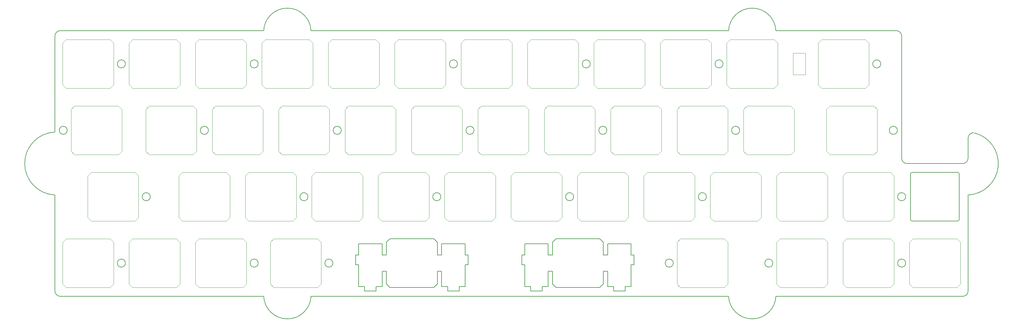
<source format=gbr>
%TF.GenerationSoftware,KiCad,Pcbnew,(7.0.0)*%
%TF.CreationDate,2024-02-19T20:19:44+01:00*%
%TF.ProjectId,plate split 2u,706c6174-6520-4737-906c-69742032752e,rev?*%
%TF.SameCoordinates,Original*%
%TF.FileFunction,Profile,NP*%
%FSLAX46Y46*%
G04 Gerber Fmt 4.6, Leading zero omitted, Abs format (unit mm)*
G04 Created by KiCad (PCBNEW (7.0.0)) date 2024-02-19 20:19:44*
%MOMM*%
%LPD*%
G01*
G04 APERTURE LIST*
%TA.AperFunction,Profile*%
%ADD10C,0.200000*%
%TD*%
%TA.AperFunction,Profile*%
%ADD11C,0.100000*%
%TD*%
%TA.AperFunction,Profile*%
%ADD12C,0.120000*%
%TD*%
G04 APERTURE END LIST*
D10*
X90050000Y-89693750D02*
G75*
G03*
X90050000Y-89693750I-1150000J0D01*
G01*
X183580800Y-106444250D02*
X182756700Y-106444250D01*
X112556250Y-102743750D02*
X112554601Y-106444250D01*
X135131700Y-115513080D02*
X135131700Y-109243010D01*
X130106000Y-115513080D02*
X130106000Y-116713350D01*
X176005900Y-111044120D02*
X176005900Y-115513080D01*
X111331700Y-115513080D02*
X111331700Y-111044120D01*
X157231400Y-116713350D02*
X157231400Y-115513080D01*
X111331700Y-103214050D02*
X104580700Y-103214050D01*
X276875050Y-83193750D02*
G75*
G03*
X276375000Y-82693750I-500050J-50D01*
G01*
X224281999Y-42068750D02*
G75*
G03*
X210693001Y-42068750I-6794499J-322132D01*
G01*
X213875000Y-70643750D02*
G75*
G03*
X213875000Y-70643750I-1150000J0D01*
G01*
X109606400Y-115513080D02*
X111331700Y-115513080D01*
X161181250Y-101743750D02*
X160181250Y-102743750D01*
X177731000Y-115513080D02*
X177731000Y-116713350D01*
X260350050Y-43568750D02*
G75*
G03*
X258850000Y-42068750I-1500050J-50D01*
G01*
X210693000Y-42068750D02*
X90932000Y-42068750D01*
X260349950Y-78668750D02*
G75*
G03*
X261850000Y-80168750I1500050J50D01*
G01*
X160181250Y-114743750D02*
X161181250Y-115743750D01*
X181031600Y-116713350D02*
X181031600Y-115513080D01*
X109606400Y-116713350D02*
X109606400Y-115513080D01*
X113556250Y-115743750D02*
X126156250Y-115743750D01*
X103756600Y-106444250D02*
X103756600Y-109243010D01*
X113556250Y-101743750D02*
X126156250Y-101743750D01*
X204350000Y-89693750D02*
G75*
G03*
X204350000Y-89693750I-1150000J0D01*
G01*
X128150000Y-89693750D02*
G75*
G03*
X128150000Y-89693750I-1150000J0D01*
G01*
X128380800Y-106444250D02*
X127154601Y-106444250D01*
X279400000Y-116768750D02*
X279400000Y-89198450D01*
X106306000Y-116713350D02*
X109606400Y-116713350D01*
D11*
X229185478Y-48521594D02*
X232777022Y-48521594D01*
X232777022Y-48521594D02*
X232777022Y-54665906D01*
X232777022Y-54665906D02*
X229185478Y-54665906D01*
X229185478Y-54665906D02*
X229185478Y-48521594D01*
D10*
X20993750Y-70643750D02*
G75*
G03*
X20993750Y-70643750I-1150000J0D01*
G01*
X259118750Y-70643750D02*
G75*
G03*
X259118750Y-70643750I-1150000J0D01*
G01*
X17462500Y-89198450D02*
X17462500Y-116768750D01*
X113556250Y-101743750D02*
X112556250Y-102743750D01*
X210693001Y-118268750D02*
G75*
G03*
X224281999Y-118268750I6794499J322132D01*
G01*
X176005900Y-115513080D02*
X177731000Y-115513080D01*
X260350000Y-78668750D02*
X260350000Y-43568750D01*
X61475000Y-70643750D02*
G75*
G03*
X61475000Y-70643750I-1150000J0D01*
G01*
X161181250Y-115743750D02*
X173781250Y-115743750D01*
X99575000Y-70643750D02*
G75*
G03*
X99575000Y-70643750I-1150000J0D01*
G01*
X182756700Y-115513080D02*
X182756700Y-109243010D01*
X254356250Y-51593750D02*
G75*
G03*
X254356250Y-51593750I-1150000J0D01*
G01*
X18962500Y-42068750D02*
G75*
G03*
X17462500Y-43568750I0J-1500000D01*
G01*
X151381700Y-109243010D02*
X152205800Y-109243010D01*
X104580700Y-106444250D02*
X103756600Y-106444250D01*
X132912500Y-51593750D02*
G75*
G03*
X132912500Y-51593750I-1150000J0D01*
G01*
X277900000Y-118268700D02*
G75*
G03*
X279400000Y-116768750I0J1500000D01*
G01*
X279400000Y-72864821D02*
X279400000Y-78668750D01*
X126156250Y-115743750D02*
X127156250Y-114743750D01*
X176005900Y-106444250D02*
X174779601Y-106444250D01*
X174782899Y-111044120D02*
X174781250Y-114743750D01*
X127157899Y-111044120D02*
X127156250Y-114743750D01*
X174782899Y-111044120D02*
X176005900Y-111044120D01*
X158956900Y-115513080D02*
X158956900Y-111044120D01*
X135955800Y-106444250D02*
X135131700Y-106444250D01*
X112557899Y-111044120D02*
X112556250Y-114743750D01*
X127157899Y-111044120D02*
X128380800Y-111044120D01*
X161181250Y-101743750D02*
X173781250Y-101743750D01*
X75762500Y-51593750D02*
G75*
G03*
X75762500Y-51593750I-1150000J0D01*
G01*
X90932000Y-118268750D02*
X210693000Y-118268750D01*
X261500000Y-108743750D02*
G75*
G03*
X261500000Y-108743750I-1150000J0D01*
G01*
X281270026Y-71411156D02*
G75*
G03*
X279400000Y-72864821I-370026J-1453644D01*
G01*
X75762500Y-108743750D02*
G75*
G03*
X75762500Y-108743750I-1150000J0D01*
G01*
X277900000Y-80168750D02*
X261850000Y-80168750D01*
X166250000Y-89693750D02*
G75*
G03*
X166250000Y-89693750I-1150000J0D01*
G01*
X37662500Y-108743750D02*
G75*
G03*
X37662500Y-108743750I-1150000J0D01*
G01*
X18962500Y-118268750D02*
X77343000Y-118268750D01*
X128380800Y-115513080D02*
X130106000Y-115513080D01*
X158956900Y-103214050D02*
X152205800Y-103214050D01*
X111331700Y-106444250D02*
X111331700Y-103214050D01*
X177731000Y-116713350D02*
X181031600Y-116713350D01*
X262874950Y-96193750D02*
G75*
G03*
X263375000Y-96693750I500050J50D01*
G01*
X279400000Y-89198450D02*
G75*
G03*
X281270021Y-71411175I-359190J9029700D01*
G01*
X152205800Y-115513080D02*
X153930800Y-115513080D01*
X135131700Y-109243010D02*
X135955800Y-109243010D01*
X37662500Y-51593750D02*
G75*
G03*
X37662500Y-51593750I-1150000J0D01*
G01*
X17462500Y-43568750D02*
X17462500Y-71139050D01*
X90931999Y-42068750D02*
G75*
G03*
X77343001Y-42068750I-6794499J-322132D01*
G01*
X153930800Y-116713350D02*
X157231400Y-116713350D01*
X157231400Y-115513080D02*
X158956900Y-115513080D01*
X112556250Y-114743750D02*
X113556250Y-115743750D01*
X173781250Y-101743750D02*
X174781250Y-102743750D01*
X276875000Y-96193750D02*
X276875000Y-83193750D01*
X160182899Y-111044120D02*
X160181250Y-114743750D01*
X153930800Y-115513080D02*
X153930800Y-116713350D01*
X158956900Y-111044120D02*
X160182899Y-111044120D01*
X77343001Y-118268750D02*
G75*
G03*
X90931999Y-118268750I6794499J322132D01*
G01*
X263375000Y-82693800D02*
G75*
G03*
X262875000Y-83193750I0J-500000D01*
G01*
X276375000Y-82693750D02*
X263375000Y-82693750D01*
X152205800Y-106444250D02*
X151381700Y-106444250D01*
X130106000Y-116713350D02*
X133406600Y-116713350D01*
X152205800Y-103214050D02*
X152205800Y-106444250D01*
X262875000Y-83193750D02*
X262875000Y-96193750D01*
X176005900Y-103214050D02*
X176005900Y-106444250D01*
X171012500Y-51593750D02*
G75*
G03*
X171012500Y-51593750I-1150000J0D01*
G01*
X181031600Y-115513080D02*
X182756700Y-115513080D01*
X133406600Y-115513080D02*
X135131700Y-115513080D01*
X160179601Y-106444250D02*
X158956900Y-106444250D01*
X126156250Y-101743750D02*
X127156250Y-102743750D01*
X128380800Y-111044120D02*
X128380800Y-115513080D01*
X194825000Y-108743750D02*
G75*
G03*
X194825000Y-108743750I-1150000J0D01*
G01*
X182756700Y-103214050D02*
X176005900Y-103214050D01*
X97193750Y-108743750D02*
G75*
G03*
X97193750Y-108743750I-1150000J0D01*
G01*
X77343000Y-42068750D02*
X18962500Y-42068750D01*
X160181250Y-102743750D02*
X160179601Y-106444250D01*
X223400000Y-108743750D02*
G75*
G03*
X223400000Y-108743750I-1150000J0D01*
G01*
X112554601Y-106444250D02*
X111331700Y-106444250D01*
X135131700Y-103214050D02*
X128380800Y-103214050D01*
X224282000Y-118268750D02*
X277900000Y-118268750D01*
X104580700Y-115513080D02*
X106306000Y-115513080D01*
X158956900Y-106444250D02*
X158956900Y-103214050D01*
X182756700Y-106444250D02*
X182756700Y-103214050D01*
X183580800Y-109243010D02*
X183580800Y-106444250D01*
X182756700Y-109243010D02*
X183580800Y-109243010D01*
X104580700Y-109243010D02*
X104580700Y-115513080D01*
X276375000Y-96693700D02*
G75*
G03*
X276875000Y-96193750I0J500000D01*
G01*
X17462500Y-71139050D02*
G75*
G03*
X17462500Y-89198450I359190J-9029700D01*
G01*
X17462450Y-116768750D02*
G75*
G03*
X18962500Y-118268750I1500050J50D01*
G01*
X104580700Y-103214050D02*
X104580700Y-106444250D01*
X277900000Y-80168700D02*
G75*
G03*
X279400000Y-78668750I0J1500000D01*
G01*
X111331700Y-111044120D02*
X112557899Y-111044120D01*
X174781250Y-102743750D02*
X174779601Y-106444250D01*
X151381700Y-106444250D02*
X151381700Y-109243010D01*
X127156250Y-102743750D02*
X127154601Y-106444250D01*
X135131700Y-106444250D02*
X135131700Y-103214050D01*
X135955800Y-109243010D02*
X135955800Y-106444250D01*
X175775000Y-70643750D02*
G75*
G03*
X175775000Y-70643750I-1150000J0D01*
G01*
X128380800Y-103214050D02*
X128380800Y-106444250D01*
X133406600Y-116713350D02*
X133406600Y-115513080D01*
X106306000Y-115513080D02*
X106306000Y-116713350D01*
X152205800Y-109243010D02*
X152205800Y-115513080D01*
X44806250Y-89693750D02*
G75*
G03*
X44806250Y-89693750I-1150000J0D01*
G01*
X209112500Y-51593750D02*
G75*
G03*
X209112500Y-51593750I-1150000J0D01*
G01*
X258850000Y-42068750D02*
X224282000Y-42068750D01*
X173781250Y-115743750D02*
X174781250Y-114743750D01*
X261500000Y-89693750D02*
G75*
G03*
X261500000Y-89693750I-1150000J0D01*
G01*
X137675000Y-70643750D02*
G75*
G03*
X137675000Y-70643750I-1150000J0D01*
G01*
X263375000Y-96693750D02*
X276375000Y-96693750D01*
X103756600Y-109243010D02*
X104580700Y-109243010D01*
D12*
%TO.C,REF\u002A\u002A*%
X236381250Y-45593750D02*
X236381250Y-57593750D01*
X236381250Y-57593750D02*
X237381250Y-58593750D01*
X237381250Y-44593750D02*
X236381250Y-45593750D01*
X237381250Y-58593750D02*
X249981250Y-58593750D01*
X249981250Y-44593750D02*
X237381250Y-44593750D01*
X249981250Y-44593750D02*
X250981250Y-45593750D01*
X249981250Y-58593750D02*
X250981250Y-57593750D01*
X250981250Y-57593750D02*
X250981250Y-45593750D01*
X81600000Y-64643750D02*
X81600000Y-76643750D01*
X81600000Y-76643750D02*
X82600000Y-77643750D01*
X82600000Y-63643750D02*
X81600000Y-64643750D01*
X82600000Y-77643750D02*
X95200000Y-77643750D01*
X95200000Y-63643750D02*
X82600000Y-63643750D01*
X95200000Y-63643750D02*
X96200000Y-64643750D01*
X95200000Y-77643750D02*
X96200000Y-76643750D01*
X96200000Y-76643750D02*
X96200000Y-64643750D01*
X224475000Y-83693750D02*
X224475000Y-95693750D01*
X224475000Y-95693750D02*
X225475000Y-96693750D01*
X225475000Y-82693750D02*
X224475000Y-83693750D01*
X225475000Y-96693750D02*
X238075000Y-96693750D01*
X238075000Y-82693750D02*
X225475000Y-82693750D01*
X238075000Y-82693750D02*
X239075000Y-83693750D01*
X238075000Y-96693750D02*
X239075000Y-95693750D01*
X239075000Y-95693750D02*
X239075000Y-83693750D01*
X157800000Y-64643750D02*
X157800000Y-76643750D01*
X157800000Y-76643750D02*
X158800000Y-77643750D01*
X158800000Y-63643750D02*
X157800000Y-64643750D01*
X158800000Y-77643750D02*
X171400000Y-77643750D01*
X171400000Y-63643750D02*
X158800000Y-63643750D01*
X171400000Y-63643750D02*
X172400000Y-64643750D01*
X171400000Y-77643750D02*
X172400000Y-76643750D01*
X172400000Y-76643750D02*
X172400000Y-64643750D01*
X22068750Y-64643750D02*
X22068750Y-76643750D01*
X22068750Y-76643750D02*
X23068750Y-77643750D01*
X23068750Y-63643750D02*
X22068750Y-64643750D01*
X23068750Y-77643750D02*
X35668750Y-77643750D01*
X35668750Y-63643750D02*
X23068750Y-63643750D01*
X35668750Y-63643750D02*
X36668750Y-64643750D01*
X35668750Y-77643750D02*
X36668750Y-76643750D01*
X36668750Y-76643750D02*
X36668750Y-64643750D01*
X38737500Y-45593750D02*
X38737500Y-57593750D01*
X38737500Y-57593750D02*
X39737500Y-58593750D01*
X39737500Y-44593750D02*
X38737500Y-45593750D01*
X39737500Y-58593750D02*
X52337500Y-58593750D01*
X52337500Y-44593750D02*
X39737500Y-44593750D01*
X52337500Y-44593750D02*
X53337500Y-45593750D01*
X52337500Y-58593750D02*
X53337500Y-57593750D01*
X53337500Y-57593750D02*
X53337500Y-45593750D01*
X205425000Y-83693750D02*
X205425000Y-95693750D01*
X205425000Y-95693750D02*
X206425000Y-96693750D01*
X206425000Y-82693750D02*
X205425000Y-83693750D01*
X206425000Y-96693750D02*
X219025000Y-96693750D01*
X219025000Y-82693750D02*
X206425000Y-82693750D01*
X219025000Y-82693750D02*
X220025000Y-83693750D01*
X219025000Y-96693750D02*
X220025000Y-95693750D01*
X220025000Y-95693750D02*
X220025000Y-83693750D01*
X138750000Y-64643750D02*
X138750000Y-76643750D01*
X138750000Y-76643750D02*
X139750000Y-77643750D01*
X139750000Y-63643750D02*
X138750000Y-64643750D01*
X139750000Y-77643750D02*
X152350000Y-77643750D01*
X152350000Y-63643750D02*
X139750000Y-63643750D01*
X152350000Y-63643750D02*
X153350000Y-64643750D01*
X152350000Y-77643750D02*
X153350000Y-76643750D01*
X153350000Y-76643750D02*
X153350000Y-64643750D01*
X210187500Y-45593750D02*
X210187500Y-57593750D01*
X210187500Y-57593750D02*
X211187500Y-58593750D01*
X211187500Y-44593750D02*
X210187500Y-45593750D01*
X211187500Y-58593750D02*
X223787500Y-58593750D01*
X223787500Y-44593750D02*
X211187500Y-44593750D01*
X223787500Y-44593750D02*
X224787500Y-45593750D01*
X223787500Y-58593750D02*
X224787500Y-57593750D01*
X224787500Y-57593750D02*
X224787500Y-45593750D01*
X38737500Y-102743750D02*
X38737500Y-114743750D01*
X38737500Y-114743750D02*
X39737500Y-115743750D01*
X39737500Y-101743750D02*
X38737500Y-102743750D01*
X39737500Y-115743750D02*
X52337500Y-115743750D01*
X52337500Y-101743750D02*
X39737500Y-101743750D01*
X52337500Y-101743750D02*
X53337500Y-102743750D01*
X52337500Y-115743750D02*
X53337500Y-114743750D01*
X53337500Y-114743750D02*
X53337500Y-102743750D01*
X119700000Y-64643750D02*
X119700000Y-76643750D01*
X119700000Y-76643750D02*
X120700000Y-77643750D01*
X120700000Y-63643750D02*
X119700000Y-64643750D01*
X120700000Y-77643750D02*
X133300000Y-77643750D01*
X133300000Y-63643750D02*
X120700000Y-63643750D01*
X133300000Y-63643750D02*
X134300000Y-64643750D01*
X133300000Y-77643750D02*
X134300000Y-76643750D01*
X134300000Y-76643750D02*
X134300000Y-64643750D01*
X167325000Y-83693750D02*
X167325000Y-95693750D01*
X167325000Y-95693750D02*
X168325000Y-96693750D01*
X168325000Y-82693750D02*
X167325000Y-83693750D01*
X168325000Y-96693750D02*
X180925000Y-96693750D01*
X180925000Y-82693750D02*
X168325000Y-82693750D01*
X180925000Y-82693750D02*
X181925000Y-83693750D01*
X180925000Y-96693750D02*
X181925000Y-95693750D01*
X181925000Y-95693750D02*
X181925000Y-83693750D01*
X195900000Y-102743750D02*
X195900000Y-114743750D01*
X195900000Y-114743750D02*
X196900000Y-115743750D01*
X196900000Y-101743750D02*
X195900000Y-102743750D01*
X196900000Y-115743750D02*
X209500000Y-115743750D01*
X209500000Y-101743750D02*
X196900000Y-101743750D01*
X209500000Y-101743750D02*
X210500000Y-102743750D01*
X209500000Y-115743750D02*
X210500000Y-114743750D01*
X210500000Y-114743750D02*
X210500000Y-102743750D01*
X19687500Y-102743750D02*
X19687500Y-114743750D01*
X19687500Y-114743750D02*
X20687500Y-115743750D01*
X20687500Y-101743750D02*
X19687500Y-102743750D01*
X20687500Y-115743750D02*
X33287500Y-115743750D01*
X33287500Y-101743750D02*
X20687500Y-101743750D01*
X33287500Y-101743750D02*
X34287500Y-102743750D01*
X33287500Y-115743750D02*
X34287500Y-114743750D01*
X34287500Y-114743750D02*
X34287500Y-102743750D01*
X243525000Y-102743750D02*
X243525000Y-114743750D01*
X243525000Y-114743750D02*
X244525000Y-115743750D01*
X244525000Y-101743750D02*
X243525000Y-102743750D01*
X244525000Y-115743750D02*
X257125000Y-115743750D01*
X257125000Y-101743750D02*
X244525000Y-101743750D01*
X257125000Y-101743750D02*
X258125000Y-102743750D01*
X257125000Y-115743750D02*
X258125000Y-114743750D01*
X258125000Y-114743750D02*
X258125000Y-102743750D01*
X186375000Y-83693750D02*
X186375000Y-95693750D01*
X186375000Y-95693750D02*
X187375000Y-96693750D01*
X187375000Y-82693750D02*
X186375000Y-83693750D01*
X187375000Y-96693750D02*
X199975000Y-96693750D01*
X199975000Y-82693750D02*
X187375000Y-82693750D01*
X199975000Y-82693750D02*
X200975000Y-83693750D01*
X199975000Y-96693750D02*
X200975000Y-95693750D01*
X200975000Y-95693750D02*
X200975000Y-83693750D01*
X57787500Y-45593750D02*
X57787500Y-57593750D01*
X57787500Y-57593750D02*
X58787500Y-58593750D01*
X58787500Y-44593750D02*
X57787500Y-45593750D01*
X58787500Y-58593750D02*
X71387500Y-58593750D01*
X71387500Y-44593750D02*
X58787500Y-44593750D01*
X71387500Y-44593750D02*
X72387500Y-45593750D01*
X71387500Y-58593750D02*
X72387500Y-57593750D01*
X72387500Y-57593750D02*
X72387500Y-45593750D01*
X172087500Y-45593750D02*
X172087500Y-57593750D01*
X172087500Y-57593750D02*
X173087500Y-58593750D01*
X173087500Y-44593750D02*
X172087500Y-45593750D01*
X173087500Y-58593750D02*
X185687500Y-58593750D01*
X185687500Y-44593750D02*
X173087500Y-44593750D01*
X185687500Y-44593750D02*
X186687500Y-45593750D01*
X185687500Y-58593750D02*
X186687500Y-57593750D01*
X186687500Y-57593750D02*
X186687500Y-45593750D01*
X214950000Y-64643750D02*
X214950000Y-76643750D01*
X214950000Y-76643750D02*
X215950000Y-77643750D01*
X215950000Y-63643750D02*
X214950000Y-64643750D01*
X215950000Y-77643750D02*
X228550000Y-77643750D01*
X228550000Y-63643750D02*
X215950000Y-63643750D01*
X228550000Y-63643750D02*
X229550000Y-64643750D01*
X228550000Y-77643750D02*
X229550000Y-76643750D01*
X229550000Y-76643750D02*
X229550000Y-64643750D01*
X26831250Y-83693750D02*
X26831250Y-95693750D01*
X26831250Y-95693750D02*
X27831250Y-96693750D01*
X27831250Y-82693750D02*
X26831250Y-83693750D01*
X27831250Y-96693750D02*
X40431250Y-96693750D01*
X40431250Y-82693750D02*
X27831250Y-82693750D01*
X40431250Y-82693750D02*
X41431250Y-83693750D01*
X40431250Y-96693750D02*
X41431250Y-95693750D01*
X41431250Y-95693750D02*
X41431250Y-83693750D01*
X191137500Y-45593750D02*
X191137500Y-57593750D01*
X191137500Y-57593750D02*
X192137500Y-58593750D01*
X192137500Y-44593750D02*
X191137500Y-45593750D01*
X192137500Y-58593750D02*
X204737500Y-58593750D01*
X204737500Y-44593750D02*
X192137500Y-44593750D01*
X204737500Y-44593750D02*
X205737500Y-45593750D01*
X204737500Y-58593750D02*
X205737500Y-57593750D01*
X205737500Y-57593750D02*
X205737500Y-45593750D01*
X19687500Y-45593750D02*
X19687500Y-57593750D01*
X19687500Y-57593750D02*
X20687500Y-58593750D01*
X20687500Y-44593750D02*
X19687500Y-45593750D01*
X20687500Y-58593750D02*
X33287500Y-58593750D01*
X33287500Y-44593750D02*
X20687500Y-44593750D01*
X33287500Y-44593750D02*
X34287500Y-45593750D01*
X33287500Y-58593750D02*
X34287500Y-57593750D01*
X34287500Y-57593750D02*
X34287500Y-45593750D01*
X79218750Y-102743750D02*
X79218750Y-114743750D01*
X79218750Y-114743750D02*
X80218750Y-115743750D01*
X80218750Y-101743750D02*
X79218750Y-102743750D01*
X80218750Y-115743750D02*
X92818750Y-115743750D01*
X92818750Y-101743750D02*
X80218750Y-101743750D01*
X92818750Y-101743750D02*
X93818750Y-102743750D01*
X92818750Y-115743750D02*
X93818750Y-114743750D01*
X93818750Y-114743750D02*
X93818750Y-102743750D01*
X43500000Y-64643750D02*
X43500000Y-76643750D01*
X43500000Y-76643750D02*
X44500000Y-77643750D01*
X44500000Y-63643750D02*
X43500000Y-64643750D01*
X44500000Y-77643750D02*
X57100000Y-77643750D01*
X57100000Y-63643750D02*
X44500000Y-63643750D01*
X57100000Y-63643750D02*
X58100000Y-64643750D01*
X57100000Y-77643750D02*
X58100000Y-76643750D01*
X58100000Y-76643750D02*
X58100000Y-64643750D01*
X262575000Y-102743750D02*
X262575000Y-114743750D01*
X262575000Y-114743750D02*
X263575000Y-115743750D01*
X263575000Y-101743750D02*
X262575000Y-102743750D01*
X263575000Y-115743750D02*
X276175000Y-115743750D01*
X276175000Y-101743750D02*
X263575000Y-101743750D01*
X276175000Y-101743750D02*
X277175000Y-102743750D01*
X276175000Y-115743750D02*
X277175000Y-114743750D01*
X277175000Y-114743750D02*
X277175000Y-102743750D01*
X243525000Y-83693750D02*
X243525000Y-95693750D01*
X243525000Y-95693750D02*
X244525000Y-96693750D01*
X244525000Y-82693750D02*
X243525000Y-83693750D01*
X244525000Y-96693750D02*
X257125000Y-96693750D01*
X257125000Y-82693750D02*
X244525000Y-82693750D01*
X257125000Y-82693750D02*
X258125000Y-83693750D01*
X257125000Y-96693750D02*
X258125000Y-95693750D01*
X258125000Y-95693750D02*
X258125000Y-83693750D01*
X57787500Y-102743750D02*
X57787500Y-114743750D01*
X57787500Y-114743750D02*
X58787500Y-115743750D01*
X58787500Y-101743750D02*
X57787500Y-102743750D01*
X58787500Y-115743750D02*
X71387500Y-115743750D01*
X71387500Y-101743750D02*
X58787500Y-101743750D01*
X71387500Y-101743750D02*
X72387500Y-102743750D01*
X71387500Y-115743750D02*
X72387500Y-114743750D01*
X72387500Y-114743750D02*
X72387500Y-102743750D01*
X62550000Y-64643750D02*
X62550000Y-76643750D01*
X62550000Y-76643750D02*
X63550000Y-77643750D01*
X63550000Y-63643750D02*
X62550000Y-64643750D01*
X63550000Y-77643750D02*
X76150000Y-77643750D01*
X76150000Y-63643750D02*
X63550000Y-63643750D01*
X76150000Y-63643750D02*
X77150000Y-64643750D01*
X76150000Y-77643750D02*
X77150000Y-76643750D01*
X77150000Y-76643750D02*
X77150000Y-64643750D01*
X153037500Y-45593750D02*
X153037500Y-57593750D01*
X153037500Y-57593750D02*
X154037500Y-58593750D01*
X154037500Y-44593750D02*
X153037500Y-45593750D01*
X154037500Y-58593750D02*
X166637500Y-58593750D01*
X166637500Y-44593750D02*
X154037500Y-44593750D01*
X166637500Y-44593750D02*
X167637500Y-45593750D01*
X166637500Y-58593750D02*
X167637500Y-57593750D01*
X167637500Y-57593750D02*
X167637500Y-45593750D01*
X148275000Y-83693750D02*
X148275000Y-95693750D01*
X148275000Y-95693750D02*
X149275000Y-96693750D01*
X149275000Y-82693750D02*
X148275000Y-83693750D01*
X149275000Y-96693750D02*
X161875000Y-96693750D01*
X161875000Y-82693750D02*
X149275000Y-82693750D01*
X161875000Y-82693750D02*
X162875000Y-83693750D01*
X161875000Y-96693750D02*
X162875000Y-95693750D01*
X162875000Y-95693750D02*
X162875000Y-83693750D01*
X133987500Y-45593750D02*
X133987500Y-57593750D01*
X133987500Y-57593750D02*
X134987500Y-58593750D01*
X134987500Y-44593750D02*
X133987500Y-45593750D01*
X134987500Y-58593750D02*
X147587500Y-58593750D01*
X147587500Y-44593750D02*
X134987500Y-44593750D01*
X147587500Y-44593750D02*
X148587500Y-45593750D01*
X147587500Y-58593750D02*
X148587500Y-57593750D01*
X148587500Y-57593750D02*
X148587500Y-45593750D01*
X238762500Y-64643750D02*
X238762500Y-76643750D01*
X238762500Y-76643750D02*
X239762500Y-77643750D01*
X239762500Y-63643750D02*
X238762500Y-64643750D01*
X239762500Y-77643750D02*
X252362500Y-77643750D01*
X252362500Y-63643750D02*
X239762500Y-63643750D01*
X252362500Y-63643750D02*
X253362500Y-64643750D01*
X252362500Y-77643750D02*
X253362500Y-76643750D01*
X253362500Y-76643750D02*
X253362500Y-64643750D01*
X100650000Y-64643750D02*
X100650000Y-76643750D01*
X100650000Y-76643750D02*
X101650000Y-77643750D01*
X101650000Y-63643750D02*
X100650000Y-64643750D01*
X101650000Y-77643750D02*
X114250000Y-77643750D01*
X114250000Y-63643750D02*
X101650000Y-63643750D01*
X114250000Y-63643750D02*
X115250000Y-64643750D01*
X114250000Y-77643750D02*
X115250000Y-76643750D01*
X115250000Y-76643750D02*
X115250000Y-64643750D01*
X110175000Y-83693750D02*
X110175000Y-95693750D01*
X110175000Y-95693750D02*
X111175000Y-96693750D01*
X111175000Y-82693750D02*
X110175000Y-83693750D01*
X111175000Y-96693750D02*
X123775000Y-96693750D01*
X123775000Y-82693750D02*
X111175000Y-82693750D01*
X123775000Y-82693750D02*
X124775000Y-83693750D01*
X123775000Y-96693750D02*
X124775000Y-95693750D01*
X124775000Y-95693750D02*
X124775000Y-83693750D01*
X114937500Y-45593750D02*
X114937500Y-57593750D01*
X114937500Y-57593750D02*
X115937500Y-58593750D01*
X115937500Y-44593750D02*
X114937500Y-45593750D01*
X115937500Y-58593750D02*
X128537500Y-58593750D01*
X128537500Y-44593750D02*
X115937500Y-44593750D01*
X128537500Y-44593750D02*
X129537500Y-45593750D01*
X128537500Y-58593750D02*
X129537500Y-57593750D01*
X129537500Y-57593750D02*
X129537500Y-45593750D01*
X91125000Y-83693750D02*
X91125000Y-95693750D01*
X91125000Y-95693750D02*
X92125000Y-96693750D01*
X92125000Y-82693750D02*
X91125000Y-83693750D01*
X92125000Y-96693750D02*
X104725000Y-96693750D01*
X104725000Y-82693750D02*
X92125000Y-82693750D01*
X104725000Y-82693750D02*
X105725000Y-83693750D01*
X104725000Y-96693750D02*
X105725000Y-95693750D01*
X105725000Y-95693750D02*
X105725000Y-83693750D01*
X72075000Y-83693750D02*
X72075000Y-95693750D01*
X72075000Y-95693750D02*
X73075000Y-96693750D01*
X73075000Y-82693750D02*
X72075000Y-83693750D01*
X73075000Y-96693750D02*
X85675000Y-96693750D01*
X85675000Y-82693750D02*
X73075000Y-82693750D01*
X85675000Y-82693750D02*
X86675000Y-83693750D01*
X85675000Y-96693750D02*
X86675000Y-95693750D01*
X86675000Y-95693750D02*
X86675000Y-83693750D01*
X53025000Y-83693750D02*
X53025000Y-95693750D01*
X53025000Y-95693750D02*
X54025000Y-96693750D01*
X54025000Y-82693750D02*
X53025000Y-83693750D01*
X54025000Y-96693750D02*
X66625000Y-96693750D01*
X66625000Y-82693750D02*
X54025000Y-82693750D01*
X66625000Y-82693750D02*
X67625000Y-83693750D01*
X66625000Y-96693750D02*
X67625000Y-95693750D01*
X67625000Y-95693750D02*
X67625000Y-83693750D01*
X76837500Y-45593750D02*
X76837500Y-57593750D01*
X76837500Y-57593750D02*
X77837500Y-58593750D01*
X77837500Y-44593750D02*
X76837500Y-45593750D01*
X77837500Y-58593750D02*
X90437500Y-58593750D01*
X90437500Y-44593750D02*
X77837500Y-44593750D01*
X90437500Y-44593750D02*
X91437500Y-45593750D01*
X90437500Y-58593750D02*
X91437500Y-57593750D01*
X91437500Y-57593750D02*
X91437500Y-45593750D01*
X195900000Y-64643750D02*
X195900000Y-76643750D01*
X195900000Y-76643750D02*
X196900000Y-77643750D01*
X196900000Y-63643750D02*
X195900000Y-64643750D01*
X196900000Y-77643750D02*
X209500000Y-77643750D01*
X209500000Y-63643750D02*
X196900000Y-63643750D01*
X209500000Y-63643750D02*
X210500000Y-64643750D01*
X209500000Y-77643750D02*
X210500000Y-76643750D01*
X210500000Y-76643750D02*
X210500000Y-64643750D01*
X224475000Y-102743750D02*
X224475000Y-114743750D01*
X224475000Y-114743750D02*
X225475000Y-115743750D01*
X225475000Y-101743750D02*
X224475000Y-102743750D01*
X225475000Y-115743750D02*
X238075000Y-115743750D01*
X238075000Y-101743750D02*
X225475000Y-101743750D01*
X238075000Y-101743750D02*
X239075000Y-102743750D01*
X238075000Y-115743750D02*
X239075000Y-114743750D01*
X239075000Y-114743750D02*
X239075000Y-102743750D01*
X95887500Y-45593750D02*
X95887500Y-57593750D01*
X95887500Y-57593750D02*
X96887500Y-58593750D01*
X96887500Y-44593750D02*
X95887500Y-45593750D01*
X96887500Y-58593750D02*
X109487500Y-58593750D01*
X109487500Y-44593750D02*
X96887500Y-44593750D01*
X109487500Y-44593750D02*
X110487500Y-45593750D01*
X109487500Y-58593750D02*
X110487500Y-57593750D01*
X110487500Y-57593750D02*
X110487500Y-45593750D01*
X176850000Y-64643750D02*
X176850000Y-76643750D01*
X176850000Y-76643750D02*
X177850000Y-77643750D01*
X177850000Y-63643750D02*
X176850000Y-64643750D01*
X177850000Y-77643750D02*
X190450000Y-77643750D01*
X190450000Y-63643750D02*
X177850000Y-63643750D01*
X190450000Y-63643750D02*
X191450000Y-64643750D01*
X190450000Y-77643750D02*
X191450000Y-76643750D01*
X191450000Y-76643750D02*
X191450000Y-64643750D01*
X129225000Y-83693750D02*
X129225000Y-95693750D01*
X129225000Y-95693750D02*
X130225000Y-96693750D01*
X130225000Y-82693750D02*
X129225000Y-83693750D01*
X130225000Y-96693750D02*
X142825000Y-96693750D01*
X142825000Y-82693750D02*
X130225000Y-82693750D01*
X142825000Y-82693750D02*
X143825000Y-83693750D01*
X142825000Y-96693750D02*
X143825000Y-95693750D01*
X143825000Y-95693750D02*
X143825000Y-83693750D01*
%TD*%
M02*

</source>
